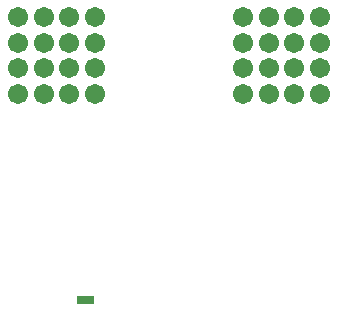
<source format=gbs>
G04*
G04 #@! TF.GenerationSoftware,Altium Limited,Altium Designer,18.0.7 (293)*
G04*
G04 Layer_Color=16711935*
%FSLAX25Y25*%
%MOIN*%
G70*
G01*
G75*
%ADD30R,0.03150X0.03150*%
%ADD37R,0.02769X0.03162*%
%ADD45C,0.06706*%
D30*
X34744Y68110D02*
D03*
D37*
X36614Y68110D02*
D03*
X33661D02*
D03*
D45*
X113307Y153858D02*
D03*
Y145354D02*
D03*
Y136850D02*
D03*
X104803Y162362D02*
D03*
Y153858D02*
D03*
Y145354D02*
D03*
Y136850D02*
D03*
X113307Y162362D02*
D03*
X96299D02*
D03*
X87795Y136850D02*
D03*
Y145354D02*
D03*
Y153858D02*
D03*
Y162362D02*
D03*
X96299Y136850D02*
D03*
Y145354D02*
D03*
Y153858D02*
D03*
X21181D02*
D03*
Y145354D02*
D03*
Y136850D02*
D03*
X12677Y162362D02*
D03*
Y153858D02*
D03*
Y145354D02*
D03*
Y136850D02*
D03*
X21181Y162362D02*
D03*
X38189D02*
D03*
X29685Y136850D02*
D03*
Y145354D02*
D03*
Y153858D02*
D03*
Y162362D02*
D03*
X38189Y136850D02*
D03*
Y145354D02*
D03*
Y153858D02*
D03*
M02*

</source>
